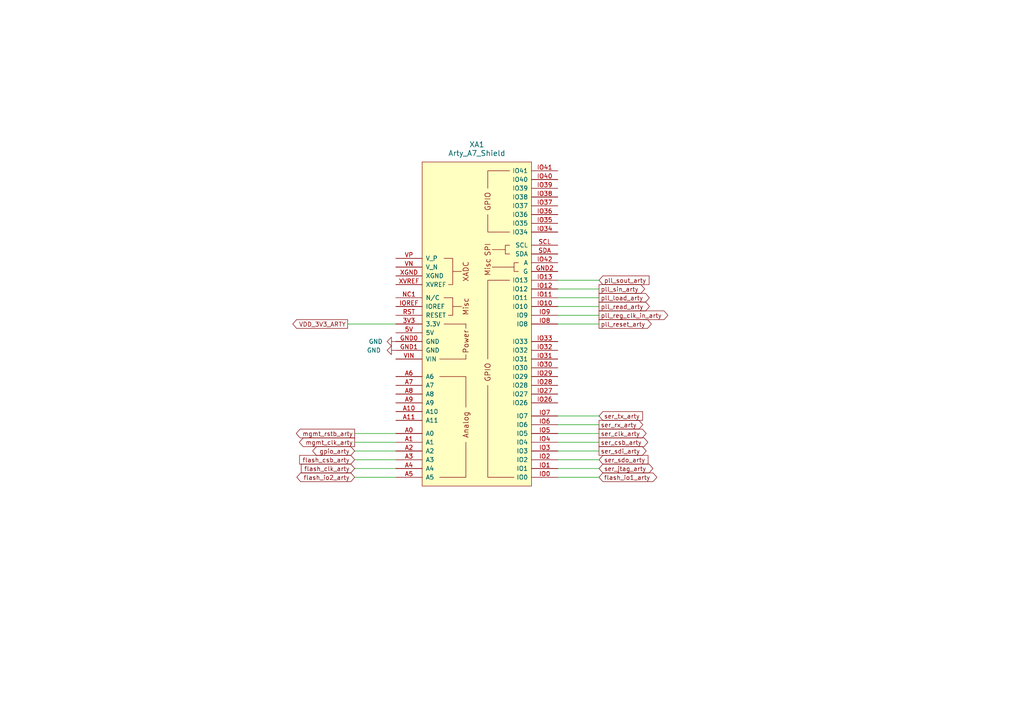
<source format=kicad_sch>
(kicad_sch (version 20230121) (generator eeschema)
  (paper "A4")
  (title_block (title "SKY130_PLL_EVAL_V1") (date "2024-04-05") (rev "v0.1") (company "IIC JKU") (comment 2 "apache.org/licenses/LICENSE-2.0") (comment 3 "License: Apache 2.0") (comment 4 "Author: Patrick Fath"))
  (lib_symbols
    (symbol "TO_SENSO1:Arty_A7_Shield" (pin_names (offset 1.016))
      (property "Reference" "XA" (at 8.89 92.71 0))
      (property "Value" "Arty_A7_Shield" (at 30.48 -3.81 0))
      (symbol "Arty_A7_Shield_0_0"
        (polyline (pts (xy 16.51 49.53) (xy 19.05 49.53)))
        (polyline (pts (xy 16.51 59.69) (xy 19.05 59.69)))
        (polyline (pts (xy 20.32 34.29) (xy 20.32 35.56)))
        (polyline (pts (xy 20.32 44.45) (xy 20.32 43.18)))
        (polyline (pts (xy 31.75 66.04) (xy 27.94 66.04)))
        (polyline (pts (xy 34.29 60.96) (xy 27.94 60.96)))
        (polyline (pts (xy 20.32 10.16) (xy 20.32 0) (xy 12.7 0)))
        (polyline (pts (xy 20.32 20.32) (xy 20.32 29.21) (xy 12.7 29.21)))
        (polyline (pts (xy 26.67 26.67) (xy 26.67 0) (xy 34.29 0)))
        (polyline (pts (xy 26.67 34.29) (xy 26.67 57.15) (xy 33.02 57.15)))
        (polyline (pts (xy 26.67 76.2) (xy 26.67 71.12) (xy 33.02 71.12)))
        (polyline (pts (xy 26.67 83.82) (xy 26.67 88.9) (xy 33.02 88.9)))
        (polyline (pts (xy 13.97 52.07) (xy 16.51 52.07) (xy 16.51 46.99) (xy 15.24 46.99)))
        (polyline (pts (xy 13.97 63.5) (xy 16.51 63.5) (xy 16.51 55.88) (xy 15.24 55.88)))
        (polyline (pts (xy 33.02 67.31) (xy 31.75 67.31) (xy 31.75 64.77) (xy 33.02 64.77)))
        (polyline (pts (xy 35.56 62.23) (xy 34.29 62.23) (xy 34.29 59.69) (xy 35.56 59.69)))
        (rectangle (start 7.62 91.44) (end 39.37 -2.54) (fill (type background)))
        (rectangle (start 12.7 34.29) (end 20.32 34.29))
        (rectangle (start 13.97 44.45) (end 20.32 44.45))
        (text "Analog" (at 20.32 15.24 900) (effects (font (size 1.524 1.524))))
        (text "Misc" (at 20.32 49.53 900) (effects (font (size 1.524 1.524))))
        (text "Misc" (at 26.67 60.96 900) (effects (font (size 1.524 1.524))))
        (text "Power" (at 20.32 39.37 900) (effects (font (size 1.524 1.524))))
        (text "SPI" (at 26.67 66.04 900) (effects (font (size 1.524 1.524))))
        (text "XADC" (at 20.32 59.69 900) (effects (font (size 1.524 1.524))))
        (pin passive line (at 46.99 62.23 180) (length 7.62) (name "A") (number "IO42"))
        (pin passive line (at 0 52.07 0) (length 7.62) (name "N/C") (number "NC1"))
      )
      (symbol "Arty_A7_Shield_1_0"
        (text "GPIO" (at 26.67 30.48 900) (effects (font (size 1.524 1.524))))
        (text "GPIO" (at 26.67 80.01 900) (effects (font (size 1.524 1.524))))
      )
      (symbol "Arty_A7_Shield_1_1"
        (pin passive line (at 0 44.45 0) (length 7.62) (name "3.3V") (number "3V3"))
        (pin passive line (at 0 41.91 0) (length 7.62) (name "5V") (number "5V"))
        (pin passive line (at 0 12.7 0) (length 7.62) (name "A0") (number "A0"))
        (pin passive line (at 0 10.16 0) (length 7.62) (name "A1") (number "A1"))
        (pin passive line (at 0 19.05 0) (length 7.62) (name "A10") (number "A10"))
        (pin passive line (at 0 16.51 0) (length 7.62) (name "A11") (number "A11"))
        (pin passive line (at 0 7.62 0) (length 7.62) (name "A2") (number "A2"))
        (pin passive line (at 0 5.08 0) (length 7.62) (name "A3") (number "A3"))
        (pin passive line (at 0 2.54 0) (length 7.62) (name "A4") (number "A4"))
        (pin passive line (at 0 0 0) (length 7.62) (name "A5") (number "A5"))
        (pin passive line (at 0 29.21 0) (length 7.62) (name "A6") (number "A6"))
        (pin passive line (at 0 26.67 0) (length 7.62) (name "A7") (number "A7"))
        (pin passive line (at 0 24.13 0) (length 7.62) (name "A8") (number "A8"))
        (pin passive line (at 0 21.59 0) (length 7.62) (name "A9") (number "A9"))
        (pin passive line (at 0 39.37 0) (length 7.62) (name "GND") (number "GND0"))
        (pin passive line (at 0 36.83 0) (length 7.62) (name "GND") (number "GND1"))
        (pin passive line (at 46.99 59.69 180) (length 7.62) (name "G") (number "GND2"))
        (pin passive line (at 46.99 0 180) (length 7.62) (name "IO0") (number "IO0"))
        (pin passive line (at 46.99 2.54 180) (length 7.62) (name "IO1") (number "IO1"))
        (pin passive line (at 46.99 49.53 180) (length 7.62) (name "IO10") (number "IO10"))
        (pin passive line (at 46.99 52.07 180) (length 7.62) (name "IO11") (number "IO11"))
        (pin passive line (at 46.99 54.61 180) (length 7.62) (name "IO12") (number "IO12"))
        (pin passive line (at 46.99 57.15 180) (length 7.62) (name "IO13") (number "IO13"))
        (pin passive line (at 46.99 5.08 180) (length 7.62) (name "IO2") (number "IO2"))
        (pin passive line (at 46.99 21.59 180) (length 7.62) (name "IO26") (number "IO26"))
        (pin passive line (at 46.99 24.13 180) (length 7.62) (name "IO27") (number "IO27"))
        (pin passive line (at 46.99 26.67 180) (length 7.62) (name "IO28") (number "IO28"))
        (pin passive line (at 46.99 29.21 180) (length 7.62) (name "IO29") (number "IO29"))
        (pin passive line (at 46.99 7.62 180) (length 7.62) (name "IO3") (number "IO3"))
        (pin passive line (at 46.99 31.75 180) (length 7.62) (name "IO30") (number "IO30"))
        (pin passive line (at 46.99 34.29 180) (length 7.62) (name "IO31") (number "IO31"))
        (pin passive line (at 46.99 36.83 180) (length 7.62) (name "IO32") (number "IO32"))
        (pin passive line (at 46.99 39.37 180) (length 7.62) (name "IO33") (number "IO33"))
        (pin passive line (at 46.99 71.12 180) (length 7.62) (name "IO34") (number "IO34"))
        (pin passive line (at 46.99 73.66 180) (length 7.62) (name "IO35") (number "IO35"))
        (pin passive line (at 46.99 76.2 180) (length 7.62) (name "IO36") (number "IO36"))
        (pin passive line (at 46.99 78.74 180) (length 7.62) (name "IO37") (number "IO37"))
        (pin passive line (at 46.99 81.28 180) (length 7.62) (name "IO38") (number "IO38"))
        (pin passive line (at 46.99 83.82 180) (length 7.62) (name "IO39") (number "IO39"))
        (pin passive line (at 46.99 10.16 180) (length 7.62) (name "IO4") (number "IO4"))
        (pin passive line (at 46.99 86.36 180) (length 7.62) (name "IO40") (number "IO40"))
        (pin passive line (at 46.99 88.9 180) (length 7.62) (name "IO41") (number "IO41"))
        (pin passive line (at 46.99 12.7 180) (length 7.62) (name "IO5") (number "IO5"))
        (pin passive line (at 46.99 15.24 180) (length 7.62) (name "IO6") (number "IO6"))
        (pin passive line (at 46.99 17.78 180) (length 7.62) (name "IO7") (number "IO7"))
        (pin passive line (at 46.99 44.45 180) (length 7.62) (name "IO8") (number "IO8"))
        (pin passive line (at 46.99 46.99 180) (length 7.62) (name "IO9") (number "IO9"))
        (pin passive line (at 0 49.53 0) (length 7.62) (name "IOREF") (number "IOREF"))
        (pin passive line (at 0 46.99 0) (length 7.62) (name "RESET") (number "RST"))
        (pin passive line (at 46.99 67.31 180) (length 7.62) (name "SCL") (number "SCL"))
        (pin passive line (at 46.99 64.77 180) (length 7.62) (name "SDA") (number "SDA"))
        (pin passive line (at 0 34.29 0) (length 7.62) (name "VIN") (number "VIN"))
        (pin passive line (at 0 60.96 0) (length 7.62) (name "V_N") (number "VN"))
        (pin passive line (at 0 63.5 0) (length 7.62) (name "V_P") (number "VP"))
        (pin passive line (at 0 58.42 0) (length 7.62) (name "XGND") (number "XGND"))
        (pin passive line (at 0 55.88 0) (length 7.62) (name "XVREF") (number "XVREF"))
      )
    )
    (symbol "power:GND" (power) (pin_names (offset 0))
      (property "Value" "GND" (at 0 -3.81 0))
      (symbol "GND_0_1"
        (polyline (pts (xy 0 0) (xy 0 -1.27) (xy 1.27 -1.27) (xy 0 -2.54) (xy -1.27 -1.27) (xy 0 -1.27)))
      )
      (symbol "GND_1_1"
        (pin power_in line (at 0 0 270) (length 0) hide (name "GND") (number "1"))
      )
    )
  )
  (wire (pts (xy 161.798 86.36) (xy 173.736 86.36)))
  (wire (pts (xy 102.87 128.27) (xy 114.808 128.27)))
  (wire (pts (xy 102.87 125.73) (xy 114.808 125.73)))
  (wire (pts (xy 161.798 133.35) (xy 173.736 133.35)))
  (wire (pts (xy 161.798 93.98) (xy 173.736 93.98)))
  (wire (pts (xy 161.798 81.28) (xy 173.736 81.28)))
  (wire (pts (xy 161.798 135.89) (xy 173.736 135.89)))
  (wire (pts (xy 161.798 91.44) (xy 173.736 91.44)))
  (wire (pts (xy 161.798 120.65) (xy 173.736 120.65)))
  (wire (pts (xy 161.798 130.81) (xy 173.736 130.81)))
  (wire (pts (xy 161.798 83.82) (xy 173.736 83.82)))
  (wire (pts (xy 102.87 135.89) (xy 114.808 135.89)))
  (wire (pts (xy 161.798 123.19) (xy 173.736 123.19)))
  (wire (pts (xy 161.798 125.73) (xy 173.736 125.73)))
  (wire (pts (xy 100.838 93.98) (xy 114.808 93.98)))
  (wire (pts (xy 102.87 138.43) (xy 114.808 138.43)))
  (wire (pts (xy 161.798 128.27) (xy 173.736 128.27)))
  (wire (pts (xy 161.798 138.43) (xy 173.736 138.43)))
  (wire (pts (xy 161.798 88.9) (xy 173.736 88.9)))
  (wire (pts (xy 102.87 133.35) (xy 114.808 133.35)))
  (wire (pts (xy 102.87 130.81) (xy 114.808 130.81)))
  (global_label "ser_rx_arty" (shape output) (at 173.736 123.19 0) (property "Intersheetrefs" "${INTERSHEET_REFS}" (effects hide)))
  (global_label "ser_sdi_arty" (shape output) (at 173.736 130.81 0) (property "Intersheetrefs" "${INTERSHEET_REFS}" (effects hide)))
  (global_label "ser_jtag_arty" (shape bidirectional) (at 173.736 135.89 0) (property "Intersheetrefs" "${INTERSHEET_REFS}" (effects hide)))
  (global_label "flash_io2_arty" (shape bidirectional) (at 102.87 138.43 180) (property "Intersheetrefs" "${INTERSHEET_REFS}" (effects hide)))
  (global_label "pll_read_arty" (shape output) (at 173.736 88.9 0) (property "Intersheetrefs" "${INTERSHEET_REFS}" (effects hide)))
  (global_label "ser_sdo_arty" (shape input) (at 173.736 133.35 0) (property "Intersheetrefs" "${INTERSHEET_REFS}" (effects hide)))
  (global_label "VDD_3V3_ARTY" (shape output) (at 100.838 93.98 180) (property "Intersheetrefs" "${INTERSHEET_REFS}" (effects hide)))
  (global_label "flash_csb_arty" (shape input) (at 102.87 133.35 180) (property "Intersheetrefs" "${INTERSHEET_REFS}" (effects hide)))
  (global_label "gpio_arty" (shape bidirectional) (at 102.87 130.81 180) (property "Intersheetrefs" "${INTERSHEET_REFS}" (effects hide)))
  (global_label "pll_load_arty" (shape output) (at 173.736 86.36 0) (property "Intersheetrefs" "${INTERSHEET_REFS}" (effects hide)))
  (global_label "ser_csb_arty" (shape output) (at 173.736 128.27 0) (property "Intersheetrefs" "${INTERSHEET_REFS}" (effects hide)))
  (global_label "mgmt_clk_arty" (shape output) (at 102.87 128.27 180) (property "Intersheetrefs" "${INTERSHEET_REFS}" (effects hide)))
  (global_label "pll_sout_arty" (shape input) (at 173.736 81.28 0) (property "Intersheetrefs" "${INTERSHEET_REFS}" (effects hide)))
  (global_label "pll_reg_clk_in_arty" (shape output) (at 173.736 91.44 0) (property "Intersheetrefs" "${INTERSHEET_REFS}" (effects hide)))
  (global_label "flash_io1_arty" (shape bidirectional) (at 173.736 138.43 0) (property "Intersheetrefs" "${INTERSHEET_REFS}" (effects hide)))
  (global_label "flash_clk_arty" (shape input) (at 102.87 135.89 180) (property "Intersheetrefs" "${INTERSHEET_REFS}" (effects hide)))
  (global_label "pll_reset_arty" (shape output) (at 173.736 93.98 0) (property "Intersheetrefs" "${INTERSHEET_REFS}" (effects hide)))
  (global_label "pll_sin_arty" (shape output) (at 173.736 83.82 0) (property "Intersheetrefs" "${INTERSHEET_REFS}" (effects hide)))
  (global_label "ser_clk_arty" (shape output) (at 173.736 125.73 0) (property "Intersheetrefs" "${INTERSHEET_REFS}" (effects hide)))
  (global_label "ser_tx_arty" (shape input) (at 173.736 120.65 0) (property "Intersheetrefs" "${INTERSHEET_REFS}" (effects hide)))
  (global_label "mgmt_rstb_arty" (shape output) (at 102.87 125.73 180) (property "Intersheetrefs" "${INTERSHEET_REFS}" (effects hide)))
  (symbol (lib_id "power:GND") (at 114.808 99.06 270) (unit 1)
    (property "Reference" "#PWR01" (effects hide))
    (property "Value" "GND" (at 110.998 99.06 90) (effects (justify right)))
    (instances (project "SKY130_PLL_eval" (path "" (reference "#PWR01") (unit 1)) (path "" (reference "#PWR04") (unit 1)) (path "" (reference "#PWR053") (unit 1))))
  )
  (symbol (lib_id "TO_SENSO1:Arty_A7_Shield") (at 114.808 138.43 0) (unit 1)
    (property "Reference" "XA1" (at 138.303 41.91 0) (effects (font (size 1.524 1.524))))
    (property "Value" "Arty_A7_Shield" (at 138.303 44.45 0) (effects (font (size 1.524 1.524))))
    (property "Footprint" "TO_SENSO1:Arty_A7_Shield" (effects hide))
    (property "Datasheet" "https://digilent.com/reference/programmable-logic/arty-a7/reference-manual" (effects hide))
  )
  (symbol (lib_id "power:GND") (at 114.808 101.6 270) (unit 1)
    (property "Reference" "#PWR01" (effects hide))
    (property "Value" "GND" (at 110.49 101.6 90) (effects (justify right)))
    (instances (project "SKY130_PLL_eval" (path "" (reference "#PWR01") (unit 1)) (path "" (reference "#PWR04") (unit 1)) (path "" (reference "#PWR054") (unit 1))))
  )
)
</source>
